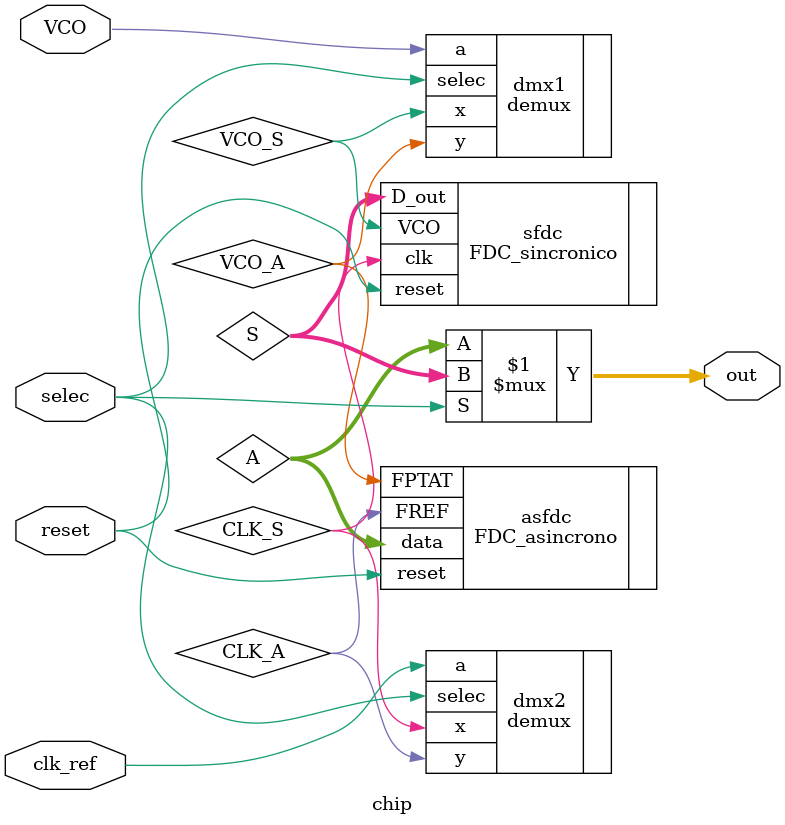
<source format=v>
module chip (
    input wire  reset,selec,clk_ref,VCO,
    output wire [4:0] out
    );

    wire VCO_S, VCO_A, CLK_S, CLK_A;
    wire [4:0] S;
    wire [4:0] A;
    
    demux dmx1(
    .selec(selec),
    .a(VCO), 
    .x(VCO_S), 
    .y(VCO_A));
    demux dmx2(
    .selec(selec),
    .a(clk_ref), 
    .x(CLK_S), 
    .y(CLK_A));
    FDC_sincronico sfdc(
    .VCO(VCO_S), 
    .clk(CLK_S), 
    .reset(reset),
    .D_out(S));
    FDC_asincrono asfdc(
    .reset(reset),
    .FPTAT(VCO_A), 
    .FREF(CLK_A), 
    .data(A));
    
    assign out = (selec)? S:A;

endmodule


</source>
